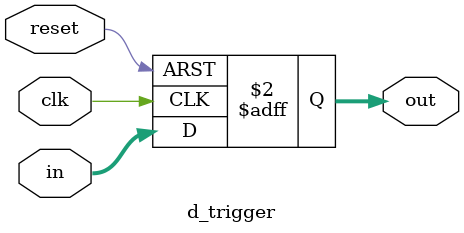
<source format=v>
module d_trigger(
  input wire clk,
  input wire reset,
  input wire [7:0] in,
  output reg [7:0] out
);

always @ (posedge clk or posedge reset) begin
  if (reset) begin
    out <= 0;
  end else begin
    out <= in;
  end
end

endmodule

</source>
